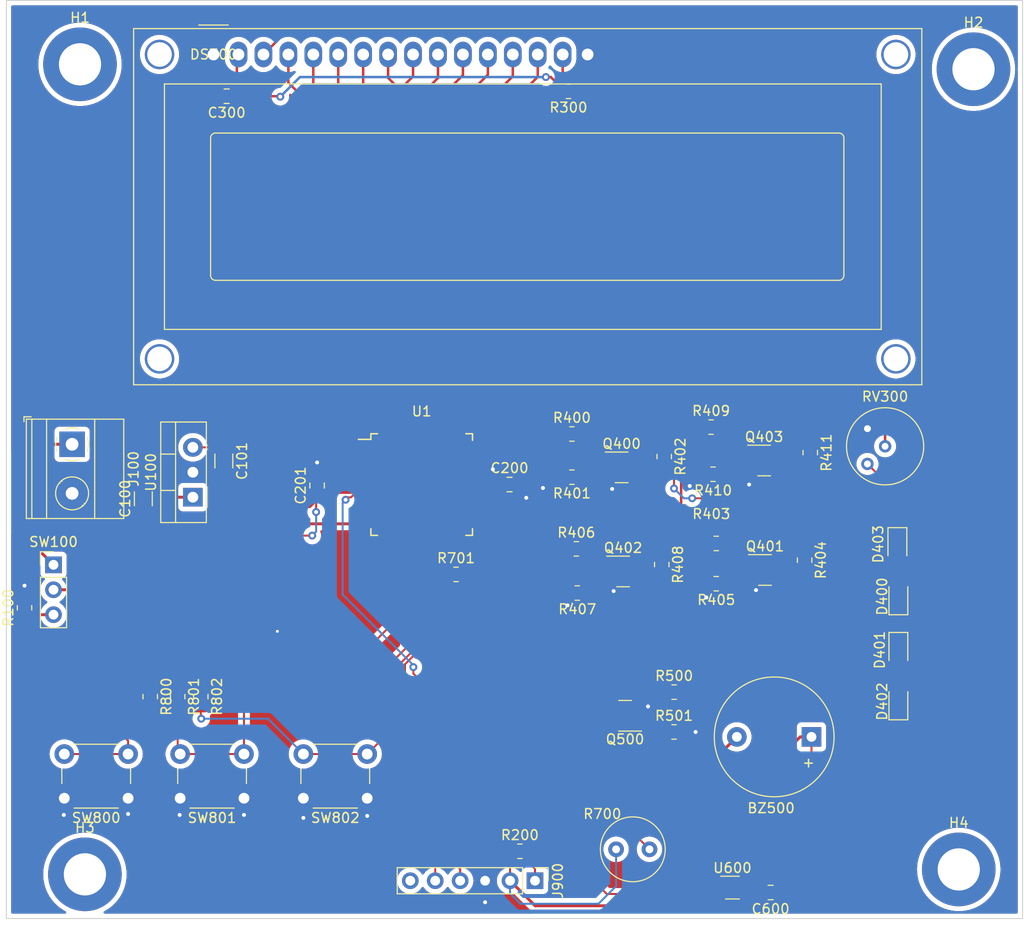
<source format=kicad_pcb>
(kicad_pcb (version 20240108) (generator "pcbnew") (generator_version "8.0")
  (layers (0 "F.Cu" signal) (31 "B.Cu" signal) (34 "B.Paste" user) (35 "F.Paste" user) (36 "B.SilkS" user "B.Silkscreen") (37 "F.SilkS" user "F.Silkscreen") (38 "B.Mask" user) (39 "F.Mask" user) (44 "Edge.Cuts" user))
  (net 0 "")
  (net 1 "Net-(D400-K)")
  (net 2 "Net-(Q400-C)")
  (net 3 "/LIGHT")
  (net 4 "GND")
  (net 5 "5V")
  (net 6 "/button1")
  (net 7 "/button2")
  (net 8 "/button3")
  (net 9 "Net-(Q403-B)")
  (net 11 "Net-(Q500-B)")
  (net 12 "/BUZZER")
  (net 13 "Net-(D403-K)")
  (net 14 "Net-(Q403-C)")
  (net 15 "Net-(D402-K)")
  (net 16 "Net-(Q402-C)")
  (net 17 "Net-(Q402-B)")
  (net 18 "/LED_VERDE")
  (net 19 "Net-(Q401-B)")
  (net 20 "Net-(D401-K)")
  (net 21 "Net-(Q401-C)")
  (net 22 "/LED_ROSU")
  (net 23 "/MCLR")
  (net 24 "Net-(SW100-C)")
  (net 25 "/LED_ALB")
  (net 26 "Net-(Q400-B)")
  (net 27 "Net-(SW100-B)")
  (net 29 "/TEMP")
  (net 30 "Net-(DS300-VO)")
  (net 31 "Net-(BZ500-+)")
  (net 32 "/D4")
  (net 33 "/D5")
  (net 34 "/D6")
  (net 35 "/D7")
  (net 41 "/PGC")
  (net 42 "/PGD")
  (net 44 "unconnected-(U1-SEG19{slash}P1C{slash}CPS14{slash}RD6-Pad4)")
  (net 45 "unconnected-(U1-SEG20{slash}P1D{slash}CPS15{slash}RD7-Pad5)")
  (net 49 "/EN")
  (net 52 "/RW")
  (net 53 "/RS")
  (net 54 "/D0")
  (net 55 "/D1")
  (net 56 "/D2")
  (net 57 "/D3")
  (net 58 "Net-(DS300-LED(+))")
  (net 59 "Net-(J100-Pin_1)")
  (net 61 "/LED_GALBEN")
  (footprint "Package_TO_SOT_SMD:SOT-23" (layer "F.Cu") (at 107.2625 74.5)
    (property "Reference" "Q401")
    (property "Value" "BC817")
  )
  (footprint "Button_Switch_THT:SW_PUSH_6mm_H7.3mm" (layer "F.Cu") (at 42.4 97.75 180)
    (property "Reference" "SW800")
    (property "Value" "SW_Push")
  )
  (footprint "Connector_PinHeader_2.54mm:PinHeader_1x06_P2.54mm_Vertical" (layer "F.Cu") (at 83.84 106.15 -90)
    (property "Reference" "J900")
    (property "Value" "Conn_01x06")
  )
  (footprint "LED_SMD:LED_0805_2012Metric_Pad1.15x1.40mm_HandSolder" (layer "F.Cu") (at 120.85 82.725 -90)
    (property "Reference" "D401")
    (property "Value" "LED")
  )
  (footprint "MountingHole:MountingHole_4.3mm_M4_DIN965_Pad" (layer "F.Cu") (at 127 105)
    (property "Reference" "H4")
    (property "Value" "MountingHole")
  )
  (footprint "Potentiometer_THT:Potentiometer_Bourns_3339H_Vertical" (layer "F.Cu") (at 117.7 63.7)
    (property "Reference" "RV300")
    (property "Value" "10k")
  )
  (footprint "Resistor_SMD:R_0805_2012Metric_Pad1.20x1.40mm_HandSolder" (layer "F.Cu") (at 97 62.95 -90)
    (property "Reference" "R402")
    (property "Value" "250")
  )
  (footprint "Package_QFP:TQFP-44_10x10mm_P0.8mm" (layer "F.Cu") (at 72.3 65.8)
    (property "Reference" "U1")
    (property "Value" "PIC16F1937-IPT" (hide yes))
  )
  (footprint "MountingHole:MountingHole_4.3mm_M4_DIN965_Pad" (layer "F.Cu") (at 128.5 23.5)
    (property "Reference" "H2")
    (property "Value" "MountingHole")
  )
  (footprint "TerminalBlock_Phoenix:TerminalBlock_Phoenix_MKDS-1,5-2_1x02_P5.00mm_Horizontal" (layer "F.Cu") (at 36.695 61.7 -90)
    (property "Reference" "J100")
    (property "Value" "Conn_01x02")
  )
  (footprint "Resistor_SMD:R_0805_2012Metric_Pad1.20x1.40mm_HandSolder" (layer "F.Cu") (at 44.65 87.4 -90)
    (property "Reference" "R800")
    (property "Value" "10k")
  )
  (footprint "Capacitor_SMD:C_0805_2012Metric_Pad1.18x1.45mm_HandSolder" (layer "F.Cu") (at 107.8375 107.35 180)
    (property "Reference" "C600")
    (property "Value" "100n")
  )
  (footprint "Package_TO_SOT_SMD:SOT-23" (layer "F.Cu") (at 107.175 63.35)
    (property "Reference" "Q403")
    (property "Value" "BC817")
  )
  (footprint "Resistor_SMD:R_0805_2012Metric_Pad1.20x1.40mm_HandSolder" (layer "F.Cu") (at 101.975 64.75 180)
    (property "Reference" "R410")
    (property "Value" "10k")
  )
  (footprint "Resistor_SMD:R_0805_2012Metric_Pad1.20x1.40mm_HandSolder" (layer "F.Cu") (at 101.775 59.95)
    (property "Reference" "R409")
    (property "Value" "1k")
  )
  (footprint "Button_Switch_THT:SW_PUSH_6mm_H7.3mm" (layer "F.Cu") (at 66.75 97.75 180)
    (property "Reference" "SW802")
    (property "Value" "SW_Push")
  )
  (footprint "Package_TO_SOT_SMD:SOT-23" (layer "F.Cu") (at 92.6625 64.05)
    (property "Reference" "Q400")
    (property "Value" "BC817")
  )
  (footprint "Button_Switch_THT:SW_PUSH_6mm_H7.3mm" (layer "F.Cu") (at 54.2 97.75 180)
    (property "Reference" "SW801")
    (property "Value" "SW_Push")
  )
  (footprint "Resistor_SMD:R_0805_2012Metric_Pad1.20x1.40mm_HandSolder" (layer "F.Cu") (at 47.45 87.4 -90)
    (property "Reference" "R801")
    (property "Value" "10k")
  )
  (footprint "Resistor_SMD:R_0805_2012Metric_Pad1.20x1.40mm_HandSolder" (layer "F.Cu") (at 49.8 87.4 -90)
    (property "Reference" "R802")
    (property "Value" "10k")
  )
  (footprint "LED_SMD:LED_0805_2012Metric_Pad1.15x1.40mm_HandSolder" (layer "F.Cu") (at 120.85 87.9 90)
    (property "Reference" "D402")
    (property "Value" "LED")
  )
  (footprint "Package_TO_SOT_SMD:SOT-353_SC-70-5" (layer "F.Cu") (at 103.95 106.85)
    (property "Reference" "U600")
    (property "Value" "MCP9700x-ELT")
  )
  (footprint "OptoDevice:R_LDR_D6.4mm_P3.4mm_Vertical" (layer "F.Cu") (at 92.1 102.95)
    (property "Reference" "R700")
    (property "Value" "10k")
  )
  (footprint "Resistor_SMD:R_0805_2012Metric_Pad1.20x1.40mm_HandSolder" (layer "F.Cu") (at 102.3 75.9 180)
    (property "Reference" "R405")
    (property "Value" "10k")
  )
  (footprint "Buzzer_Beeper:Buzzer_12x9.5RM7.6" (layer "F.Cu") (at 112 91.5 180)
    (property "Reference" "BZ500")
    (property "Value" "Buzzer")
  )
  (footprint "Capacitor_SMD:C_1206_3216Metric_Pad1.33x1.80mm_HandSolder" (layer "F.Cu") (at 52.15 63.4 -90)
    (property "Reference" "C101")
    (property "Value" "22uF")
  )
  (footprint "Capacitor_SMD:C_0805_2012Metric_Pad1.18x1.45mm_HandSolder" (layer "F.Cu") (at 61.65 65.9 90)
    (property "Reference" "C201")
    (property "Value" "100n")
  )
  (footprint "Resistor_SMD:R_0805_2012Metric_Pad1.20x1.40mm_HandSolder" (layer "F.Cu") (at 87.6 65.05 180)
    (property "Reference" "R401")
    (property "Value" "10k")
  )
  (footprint "Resistor_SMD:R_0805_2012Metric_Pad1.20x1.40mm_HandSolder" (layer "F.Cu") (at 111.3 73.5 -90)
    (property "Reference" "R404")
    (property "Value" "250")
  )
  (footprint "Connector_PinHeader_2.54mm:PinHeader_1x03_P2.54mm_Vertical" (layer "F.Cu") (at 34.8 73.975)
    (property "Reference" "SW100")
    (property "Value" "SW_SPDT")
  )
  (footprint "Resistor_SMD:R_0805_2012Metric_Pad1.20x1.40mm_HandSolder" (layer "F.Cu") (at 96.75 73.95 -90)
    (property "Reference" "R408")
    (property "Value" "250")
  )
  (footprint "Resistor_SMD:R_0805_2012Metric_Pad1.20x1.40mm_HandSolder" (layer "F.Cu") (at 87.25 25.75 180)
    (property "Reference" "R300")
    (property "Value" "250")
  )
  (footprint "Resistor_SMD:R_0805_2012Metric_Pad1.20x1.40mm_HandSolder" (layer "F.Cu") (at 98 91)
    (property "Reference" "R501")
    (property "Value" "10k")
  )
  (footprint "Capacitor_SMD:C_0805_2012Metric_Pad1.18x1.45mm_HandSolder" (layer "F.Cu") (at 81.25 65.8)
    (property "Reference" "C200")
    (property "Value" "100n")
  )
  (footprint "Resistor_SMD:R_0805_2012Metric_Pad1.20x1.40mm_HandSolder" (layer "F.Cu") (at 31.85 78.35 90)
    (property "Reference" "R100")
    (property "Value" "10k")
  )
  (footprint "Capacitor_SMD:C_1206_3216Metric_Pad1.33x1.80mm_HandSolder" (layer "F.Cu") (at 43.95 67.25 90)
    (property "Reference" "C100")
    (property "Value" "22uF")
  )
  (footprint "LED_SMD:LED_0805_2012Metric_Pad1.15x1.40mm_HandSolder" (layer "F.Cu") (at 120.85 77.2 90)
    (property "Reference" "D400")
    (property "Value" "LED")
  )
  (footprint "Package_TO_SOT_THT:TO-220-3_Vertical" (layer "F.Cu") (at 48.995 67.09 90)
    (property "Reference" "U100")
    (property "Value" "LM7805_TO220")
  )
  (footprint "Display:WC1602A" (layer "F.Cu") (at 51.1 22)
    (property "Reference" "DS300")
    (property "Value" "WC1602A")
  )
  (footprint "Resistor_SMD:R_0805_2012Metric_Pad1.20x1.40mm_HandSolder" (layer "F.Cu") (at 102.3 71.8)
    (property "Reference" "R403")
    (property "Value" "1k")
  )
  (footprint "Resistor_SMD:R_0805_2012Metric_Pad1.20x1.40mm_HandSolder" (layer "F.Cu") (at 82.3 103.15)
    (property "Reference" "R200")
    (property "Value" "10k")
  )
  (footprint "Resistor_SMD:R_0805_2012Metric_Pad1.20x1.40mm_HandSolder" (layer "F.Cu") (at 88.15 76.85 180)
    (property "Reference" "R407")
    (property "Value" "10k")
  )
  (footprint "Resistor_SMD:R_0805_2012Metric_Pad1.20x1.40mm_HandSolder" (layer "F.Cu") (at 88.05 72.35)
    (property "Reference" "R406")
    (property "Value" "1k")
  )
  (footprint "MountingHole:MountingHole_4.3mm_M4_DIN965_Pad" (layer "F.Cu") (at 38 105.5)
    (property "Reference" "H3")
    (property "Value" "MountingHole")
  )
  (footprint "MountingHole:MountingHole_4.3mm_M4_DIN965_Pad" (layer "F.Cu") (at 37.5 23)
    (property "Reference" "H1")
    (property "Value" "MountingHole" (hide yes))
  )
  (footprint "Package_TO_SOT_SMD:SOT-23" (layer "F.Cu") (at 92.8125 74.65)
    (property "Reference" "Q402")
    (property "Value" "BC817")
  )
  (footprint "Resistor_SMD:R_0805_2012Metric_Pad1.20x1.40mm_HandSolder" (layer "F.Cu") (at 87.6 60.65)
    (property "Reference" "R400")
    (property "Value" "1k")
  )
  (footprint "LED_SMD:LED_0805_2012Metric_Pad1.15x1.40mm_HandSolder" (layer "F.Cu") (at 120.75 72.05 -90)
    (property "Reference" "D403")
    (property "Value" "LED")
  )
  (footprint "Resistor_SMD:R_0805_2012Metric_Pad1.20x1.40mm_HandSolder" (layer "F.Cu") (at 75.8 74.95)
    (property "Reference" "R701")
    (property "Value" "10k")
  )
  (footprint "Resistor_SMD:R_0805_2012Metric_Pad1.20x1.40mm_HandSolder" (layer "F.Cu") (at 98.01 86.94)
    (property "Reference" "R500")
    (property "Value" "1k")
  )
  (footprint "Package_TO_SOT_SMD:SOT-23" (layer "F.Cu") (at 93.0125 89.35 180)
    (property "Reference" "Q500")
    (property "Value" "BC817")
  )
  (footprint "Resistor_SMD:R_0805_2012Metric_Pad1.20x1.40mm_HandSolder" (layer "F.Cu") (at 111.875 62.55 -90)
    (property "Reference" "R411")
    (property "Value" "250")
  )
  (footprint "Capacitor_SMD:C_0805_2012Metric_Pad1.18x1.45mm_HandSolder" (layer "F.Cu") (at 52.4375 26.25 180)
    (property "Reference" "C300")
    (property "Value" "100n")
  )
  (gr_rect (start 30 16.5) (end 133.5 110) (stroke (width 0.1)) (fill none) (layer "Edge.Cuts"))
  (segment (start 120.85 78.225) (end 109.825 67.2) (width 0.2) (layer "F.Cu") (net 1))
  (segment (start 98 62.95) (end 97 61.95) (width 0.2) (layer "F.Cu") (net 1))
  (segment (start 98 66.2) (end 98 62.95) (width 0.2) (layer "F.Cu") (net 1))
  (segment (start 109.825 67.2) (end 99.85 67.2) (width 0.2) (layer "F.Cu") (net 1))
  (via (at 99.85 67.2) (size 0.8) (drill 0.4) (layers "F.Cu" "B.Cu") (net 1))
  (via (at 98 66.2) (size 0.8) (drill 0.4) (layers "F.Cu" "B.Cu") (net 1))
  (segment (start 99.85 67.2) (end 99 67.2) (width 0.2) (layer "B.Cu") (net 1))
  (segment (start 99 67.2) (end 98 66.2) (width 0.2) (layer "B.Cu") (net 1))
  (segment (start 93.6 64.05) (end 96.9 64.05) (width 0.25) (layer "F.Cu") (net 2))
  (segment (start 96.9 64.05) (end 97 63.95) (width 0.25) (layer "F.Cu") (net 2))
  (segment (start 74.8 71.6) (end 74.8 74.95) (width 0.2) (layer "F.Cu") (net 3))
  (segment (start 74.7 71.5) (end 74.8 71.6) (width 0.2) (layer "F.Cu") (net 3))
  (segment (start 74.8 74.95) (end 74.8 84.2) (width 0.2) (layer "F.Cu") (net 3))
  (segment (start 92.1 101.5) (end 94.05 101.5) (width 0.2) (layer "F.Cu") (net 3))
  (segment (start 74.6 71.6) (end 74.7 71.5) (width 0.3) (layer "F.Cu") (net 3))
  (segment (start 94.05 101.5) (end 95.5 102.95) (width 0.2) (layer "F.Cu") (net 3))
  (segment (start 74.8 84.2) (end 92.1 101.5) (width 0.2) (layer "F.Cu") (net 3))
  (segment (start 78.75 108.35) (end 78.76 108.34) (width 0.25) (layer "F.Cu") (net 4))
  (segment (start 101.3 75.9) (end 101.3 77.3) (width 0.2) (layer "F.Cu") (net 4))
  (segment (start 106.325 75.45) (end 106.325 76.525) (width 0.2) (layer "F.Cu") (net 4))
  (segment (start 82.95 67.15) (end 82.8375 67.0375) (width 0.2) (layer "F.Cu") (net 4))
  (segment (start 61.65 64.8625) (end 62.5875 65.8) (width 0.2) (layer "F.Cu") (net 4))
  (segment (start 100.8 64.75) (end 99.6 65.95) (width 0.25) (layer "F.Cu") (net 4))
  (segment (start 51.4 22.3) (end 51.1 22) (width 0.25) (layer "F.Cu") (net 4))
  (segment (start 106.325 76.525) (end 106.35 76.55) (width 0.2) (layer "F.Cu") (net 4))
  (segment (start 117.7 26.45) (end 117.7 60.107898) (width 0.25) (layer "F.Cu") (net 4))
  (segment (start 106.2375 65.2125) (end 105.65 65.8) (width 0.25) (layer "F.Cu") (net 4))
  (segment (start 62.5875 65.8) (end 66.6 65.8) (width 0.2) (layer "F.Cu") (net 4))
  (segment (start 78 65) (end 78.8 65) (width 0.2) (layer "F.Cu") (net 4))
  (segment (start 91.875 75.6) (end 91.875 76.625) (width 0.2) (layer "F.Cu") (net 4))
  (segment (start 54.2 97.75) (end 54.2 99.45) (width 0.2) (layer "F.Cu") (net 4))
  (segment (start 106.2375 64.3) (end 106.2375 65.2125) (width 0.25) (layer "F.Cu") (net 4))
  (segment (start 91.725 65) (end 91.725 66.225) (width 0.2) (layer "F.Cu") (net 4))
  (segment (start 91.725 66.225) (end 91.7 66.25) (width 0.2) (layer "F.Cu") (net 4))
  (segment (start 66.75 97.75) (end 66.75 99.55) (width 0.2) (layer "F.Cu") (net 4))
  (segment (start 89.2 22) (end 113.25 22) (width 0.25) (layer "F.Cu") (net 4))
  (segment (start 86.6 65.05) (end 85.75 65.05) (width 0.25) (layer "F.Cu") (net 4))
  (segment (start 78.76 106.15) (end 78.76 108.34) (width 0.25) (layer "F.Cu") (net 4))
  (segment (start 87.15 76.85) (end 87.15 78.1) (width 0.2) (layer "F.Cu") (net 4))
  (segment (start 31.85 77.35) (end 31.85 76.1) (width 0.2) (layer "F.Cu") (net 4))
  (segment (start 51.7375 64.55) (end 52.15 64.9625) (width 0.2) (layer "F.Cu") (net 4))
  (segment (start 48.995 64.55) (end 51.7375 64.55) (width 0.2) (layer "F.Cu") (net 4))
  (segment (start 61.65 64.8625) (end 61.65 63.55) (width 0.2) (layer "F.Cu") (net 4))
  (segment (start 47.7 97.75) (end 47.7 99.4) (width 0.2) (layer "F.Cu") (net 4))
  (segment (start 60.25 97.75) (end 60.25 99.75) (width 0.2) (layer "F.Cu") (net 4))
  (segment (start 51.4 26.25) (end 51.4 22.3) (width 0.25) (layer "F.Cu") (net 4))
  (segment (start 82.8375 67.0375) (end 82.8375 65.8) (width 0.2) (layer "F.Cu") (net 4))
  (segment (start 85.75 65.05) (end 84.65 66.15) (width 0.25) (layer "F.Cu") (net 4))
  (segment (start 91.875 76.625) (end 91.85 76.65) (width 0.2) (layer "F.Cu") (net 4))
  (segment (start 100.975 64.75) (end 100.8 64.75) (width 0.25) (layer "F.Cu") (net 4))
  (segment (start 99 91) (end 100.2 91) (width 0.2) (layer "F.Cu") (net 4))
  (segment (start 103.65 106.85) (end 103.9 106.6) (width 0.2) (layer "F.Cu") (net 4))
  (segment (start 42.4 97.75) (end 42.4 99.35) (width 0.2) (layer "F.Cu") (net 4))
  (segment (start 93.95 88.4) (end 95.35 88.4) (width 0.2) (layer "F.Cu") (net 4))
  (segment (start 113.25 22) (end 117.7 26.45) (width 0.25) (layer "F.Cu") (net 4))
  (segment (start 35.9 97.75) (end 35.9 99.4) (width 0.2) (layer "F.Cu") (net 4))
  (segment (start 35.9 99.4) (end 35.85 99.45) (width 0.2) (layer "F.Cu") (net 4))
  (segment (start 78.8 65) (end 79.55 64.25) (width 0.2) (layer "F.Cu") (net 4))
  (segment (start 47.7 99.4) (end 47.65 99.45) (width 0.2) (layer "F.Cu") (net 4))
  (segment (start 103 106.85) (end 103.65 106.85) (width 0.2) (layer "F.Cu") (net 4))
  (via (at 78.76 108.34) (size 0.8) (drill 0.4) (layers "F.Cu" "B.Cu") (net 4))
  (via (at 101.3 77.3) (size 0.8) (drill 0.4) (layers "F.Cu" "B.Cu") (net 4))
  (via (at 91.85 76.65) (size 0.8) (drill 0.4) (layers "F.Cu" "B.Cu") (net 4))
  (via (at 106.35 76.55) (size 0.8) (drill 0.4) (layers "F.Cu" "B.Cu") (net 4))
  (via (at 60.25 99.75) (size 0.8) (drill 0.4) (layers "F.Cu" "B.Cu") (net 4))
  (via (at 100.2 91) (size 0.8) (drill 0.4) (layers "F.Cu" "B.Cu") (net 4))
  (via (at 105.65 65.8) (size 0.8) (drill 0.4) (layers "F.Cu" "B.Cu") (net 4))
  (via (at 79.55 64.25) (size 0.8) (drill 0.4) (layers "F.Cu" "B.Cu") (net 4))
  (via (at 87.15 78.1) (size 0.8) (drill 0.4) (layers "F.Cu" "B.Cu") (net 4))
  (via (at 66.75 99.55) (size 0.8) (drill 0.4) (layers "F.Cu" "B.Cu") (net 4))
  (via (at 99.6 65.95) (size 0.8) (drill 0.4) (layers "F.Cu" "B.Cu") (net 4))
  (via (at 35.85 99.45) (size 0.8) (drill 0.4) (layers "F.Cu" "B.Cu") (net 4))
  (via (at 54.2 99.45) (size 0.8) (drill 0.4) (layers "F.Cu" "B.Cu") (net 4))
  (via (at 91.7 66.25) (size 0.8) (drill 0.4) (layers "F.Cu" "B.Cu") (net 4))
  (via (at 42.4 99.35) (size 0.8) (drill 0.4) (layers "F.Cu" "B.Cu") (net 4))
  (via (at 82.95 67.15) (size 0.8) (drill 0.4) (layers "F.Cu" "B.Cu") (net 4))
  (via (at 57.6 80.75) (size 0.5) (drill 0.3) (layers "F.Cu" "B.Cu") (net 4))
  (via (at 47.65 99.45) (size 0.8) (drill 0.4) (layers "F.Cu" "B.Cu") (net 4))
  (via (at 61.65 63.55) (size 0.8) (drill 0.4) (layers "F.Cu" "B.Cu") (net 4))
  (via (at 95.35 88.4) (size 0.8) (drill 0.4) (layers "F.Cu" "B.Cu") (net 4))
  (via (at 84.65 66.15) (size 0.8) (drill 0.4) (layers "F.Cu" "B.Cu") (net 4))
  (via (at 31.85 76.1) (size 0.8) (drill 0.4) (layers "F.Cu" "B.Cu") (net 4))
  (segment (start 83.85 108.7) (end 81.3 106.15) (width 0.3) (layer "F.Cu") (net 5))
  (segment (start 106.8 107.35) (end 106.8 108.1) (width 0.3) (layer "F.Cu") (net 5))
  (segment (start 73.15 100.25) (end 75.7 102.8) (width 0.2) (layer "F.Cu") (net 5))
  (segment (start 120.85 76.175) (end 121.475 76.175) (width 0.2) (layer "F.Cu") (net 5))
  (segment (start 122.15 86.35) (end 121.625 86.875) (width 0.2) (layer "F.Cu") (net 5))
  (segment (start 110.35 92) (end 110.85 91.5) (width 0.3) (layer "F.Cu") (net 5))
  (segment (start 120.85 86.875) (end 121.525 86.875) (width 0.2) (layer "F.Cu") (net 5))
  (segment (start 54.84 65.445) (end 55.745 65.445) (width 0.3) (layer "F.Cu") (net 5))
  (segment (start 83.9 61.3875) (end 83.9 30.9) (width 0.25) (layer "F.Cu") (net 5))
  (segment (start 110.85 91.5) (end 112 91.5) (width 0.3) (layer "F.Cu") (net 5))
  (segment (start 113.4 95) (end 112 93.6) (width 0.2) (layer "F.Cu") (net 5))
  (segment (start 106.8 107.35) (end 105.45 107.35) (width 0.3) (layer "F.Cu") (net 5))
  (segment (start 73.15 86.75) (end 73.15 100.25) (width 0.2) (layer "F.Cu") (net 5))
  (segment (start 64.55 67.35) (end 64.8 67.1) (width 0.2) (layer "F.Cu") (net 5))
  (segment (start 106.8 107.35) (end 106.8 106.2) (width 0.3) (layer "F.Cu") (net 5))
  (segment (start 121.35 83.75) (end 122.15 84.55) (width 0.2) (layer "F.Cu") (net 5))
  (segment (start 121.525 73.075) (end 120.75 73.075) (width 0.2) (layer "F.Cu") (net 5))
  (segment (start 110.35 105.1) (end 109.95 105.5) (width 0.3) (layer "F.Cu") (net 5))
  (segment (start 105.3 107.5) (end 105.5 107.5) (width 0.3) (layer "F.Cu") (net 5))
  (segment (start 49.8 86.4) (end 49.4 86) (width 0.2) (layer "F.Cu") (net 5))
  (segment (start 106.8 106.2) (end 107.5 105.5) (width 0.3) (layer "F.Cu") (net 5))
  (segment (start 80.2125 65.8) (end 80.2125 65.075) (width 0.25) (layer "F.Cu") (net 5))
  (segment (start 47.45 86.4) (end 49.8 86.4) (width 0.2) (layer "F.Cu") (net 5))
  (segment (start 86.4 28.4) (end 86.25 28.25) (width 0.25) (layer "F.Cu") (net 5))
  (segment (start 49.4 81.1) (end 59.5 71) (width 0.2) (layer "F.Cu") (net 5))
  (segment (start 48.995 62.01) (end 51.49 62.01) (width 0.2) (layer "F.Cu") (net 5))
  (segment (start 121.475 76.175) (end 122.2 76.9) (width 0.2) (layer "F.Cu") (net 5))
  (segment (start 112 93.6) (end 112 91.5) (width 0.2) (layer "F.Cu") (net 5))
  (segment (start 122.25 75.55) (end 121.625 76.175) (width 0.2) (layer "F.Cu") (net 5))
  (segment (start 53.475 26.25) (end 57.85 26.25) (width 0.25) (layer "F.Cu") (net 5))
  (segment (start 84.95 24.3) (end 85.45 24.3) (width 0.25) (layer "F.Cu") (net 5))
  (segment (start 53.475 59.425) (end 54.84 60.79) (width 0.3) (layer "F.Cu") (net 5))
  (segment (start 122.25 87.6) (end 122.25 93.5) (width 0.2) (layer "F.Cu") (net 5))
  (segment (start 109.95 105.5) (end 109.05 105.5) (width 0.3) (layer "F.Cu") (net 5))
  (segment (start 53.475 60.025) (end 53.475 59.425) (width 0.2) (layer "F.Cu") (net 5))
  (segment (start 44.65 86.4) (end 47.45 86.4) (width 0.2) (layer "F.Cu") (net 5))
  (segment (start 86.25 25.1) (end 86.25 25.75) (width 0.25) (layer "F.Cu") (net 5))
  (segment (start 80.2125 65.075) (end 83.9 61.3875) (width 0.25) (layer "F.Cu") (net 5))
  (segment (start 55.745 65.445) (end 58.35 68.05) (width 0.3) (layer "F.Cu") (net 5))
  (segment (start 54.84 60.79) (end 54.84 65.445) (width 0.3) (layer "F.Cu") (net 5))
  (segment (start 80.2125 65.8) (end 78 65.8) (width 0.25) (layer "F.Cu") (net 5))
  (segment (start 65.6 66.6) (end 66.6 66.6) (width 0.2) (layer "F.Cu") (net 5))
  (segment (start 122.55 68.55) (end 122.55 72.05) (width 0.2) (layer "F.Cu") (net 5))
  (segment (start 122.25 73.8) (end 122.25 75.55) (width 0.2) (layer "F.Cu") (net 5))
  (segment (start 121.55 83.75) (end 121.35 83.75) (width 0.2) (layer "F.Cu") (net 5))
  (segment (start 85.45 24.3) (end 86.25 25.1) (width 0.25) (layer "F.Cu") (net 5))
  (segment (start 61.55 67.0375) (end 61.65 66.9375) (width 0.2) (layer "F.Cu") (net 5))
  (segment (start 122.25 93.5) (end 120.75 95) (width 0.2) (layer "F.Cu") (net 5))
  (segment (start 107.5 105.5) (end 109.2 105.5) (width 0.3) (layer "F.Cu") (net 5))
  (segment (start 61.65 67.3) (end 61.65 66.9375) (width 0.3) (layer "F.Cu") (net 5))
  (segment (start 49.4 86) (end 49.4 81.1) (width 0.2) (layer "F.Cu") (net 5))
  (segment (start 58.35 68.05) (end 60.9 68.05) (width 0.3) (layer "F.Cu") (net 5))
  (segment (start 64.8 67.1) (end 65.1 67.1) (width 0.2) (layer "F.Cu") (net 5))
  (segment (start 86.66 25.99) (end 86.65 26) (width 0.25) (layer "F.Cu") (net 5))
  (segment (start 66.575 66.625) (end 66.6 66.6) (width 0.25) (layer "F.Cu") (net 5))
  (segment (start 105.45 107.35) (end 105.3 107.5) (width 0.3) (layer "F.Cu") (net 5))
  (segment (start 49.8 87.2) (end 49.85 87.25) (width 0.2) (layer "F.Cu") (net 5))
  (segment (start 71.45 85.05) (end 73.15 86.75) (width 0.2) (layer "F.Cu") (net 5))
  (segment (start 121.625 76.175) (end 120.85 76.175) (width 0.2) (layer "F.Cu") (net 5))
  (segment (start 60.9 68.05) (end 61.65 67.3) (width 0.3) (layer "F.Cu") (net 5))
  (segment (start 122.15 84.55) (end 122.15 86.35) (width 0.2) (layer "F.Cu") (net 5))
  (segment (start 122.55 72.05) (end 121.525 73.075) (width 0.2) (layer "F.Cu") (net 5))
  (segment (start 75.7 102.8) (end 80.95 102.8) (width 0.2) (layer "F.Cu") (net 5))
  (segment (start 53.475 22.165) (end 53.64 22) (width 0.25) (layer "F.Cu") (net 5))
  (segment (start 120.75 95) (end 113.4 95) (width 0.2) (layer "F.Cu") (net 5))
  (segment (start 57.85 26.25) (end 57.9 26.3) (width 0.25) (layer "F.Cu") (net 5))
  (segment (start 106.2 108.7) (end 83.85 108.7) (width 0.3) (layer "F.Cu") (net 5))
  (segment (start 59.5 71) (end 61.15 71) (width 0.2) (layer "F.Cu") (net 5))
  (segment (start 61.55 68.6) (end 61.55 67.0375) (width 0.2) (layer "F.Cu") (net 5))
  (segment (start 121.525 86.875) (end 122.25 87.6) (width 0.2) (layer "F.Cu") (net 5))
  (segment (start 61.65 66.9375) (end 61.9875 66.6) (width 0.3) (layer "F.Cu") (net 5))
  (segment (start 83.9 30.9) (end 86.4 28.4) (width 0.25) (layer "F.Cu") (net 5))
  (segment (start 86.25 28.25) (end 86.25 25.75) (width 0.25) (layer "F.Cu") (net 5))
  (segment (start 122.2 76.9) (end 122.2 83.1) (width 0.2) (layer "F.Cu") (net 5))
  (segment (start 121.525 73.075) (end 122.25 73.8) (width 0.2) (layer "F.Cu") (net 5))
  (segment (start 106.8 108.1) (end 106.2 108.7) (width 0.3) (layer "F.Cu") (net 5))
  (segment (start 71.45 84.4) (end 71.45 85.05) (width 0.2) (layer "F.Cu") (net 5))
  (segment (start 122.2 83.1) (end 121.55 83.75) (width 0.2) (layer "F.Cu") (net 5))
  (segment (start 110.35 92) (end 110.35 105.1) (width 0.3) (layer "F.Cu") (net 5))
  (segment (start 80.95 102.8) (end 81.3 103.15) (width 0.2) (layer "F.Cu") (net 5))
  (segment (start 117.7 63.7) (end 122.55 68.55) (width 0.2) (layer "F.Cu") (net 5))
  (segment (start 81.3 103.15) (end 81.3 106.15) (width 0.2) (layer "F.Cu") (net 5))
  (segment (start 51.49 62.01) (end 53.475 60.025) (width 0.2) (layer "F.Cu") (net 5))
  (segment (start 121.35 83.75) (end 120.85 83.75) (width 0.2) (layer "F.Cu") (net 5))
  (segment (start 53.475 26.25) (end 53.475 59.425) (width 0.3) (layer "F.Cu") (net 5))
  (segment (start 104.9 107.5) (end 105.3 107.5) (width 0.3) (layer "F.Cu") (net 5))
  (segment (start 53.475 26.25) (end 53.475 22.165) (width 0.25) (layer "F.Cu") (net 5))
  (segment (start 61.9875 66.6) (end 66.6 66.6) (width 0.3) (layer "F.Cu") (net 5))
  (segment (start 121.625 86.875) (end 120.85 86.875) (width 0.2) (layer "F.Cu") (net 5))
  (segment (start 65.1 67.1) (end 65.6 66.6) (width 0.2) (layer "F.Cu") (net 5))
  (via (at 61.55 68.6) (size 0.8) (drill 0.4) (layers "F.Cu" "B.Cu") (net 5))
  (via (at 84.95 24.3) (size 0.8) (drill 0.4) (layers "F.Cu" "B.Cu") (net 5))
  (via (at 64.55 67.35) (size 0.8) (drill 0.4) (layers "F.Cu" "B.Cu") (net 5))
  (via (at 57.9 26.3) (size 0.8) (drill 0.4) (layers "F.Cu" "B.Cu") (net 5))
  (via (at 71.45 84.4) (size 0.8) (drill 0.4) (layers "F.Cu" "B.Cu") (net 5))
  (via (at 61.15 71) (size 0.8) (drill 0.4) (layers "F.Cu" "B.Cu") (net 5))
  (segment (start 90.3 108.5) (end 82.35 108.5) (width 0.2) (layer "B.Cu") (net 5))
  (segment (start 82.35 108.5) (end 81.3 107.45) (width 0.2) (layer "B.Cu") (net 5))
  (segment (start 71.45 84.2) (end 64.25 77) (width 0.2) (layer "B.Cu") (net 5))
  (segment (start 61.55 70.6) (end 61.55 68.6) (width 0.2) (layer "B.Cu") (net 5))
  (segment (start 61.15 71) (end 61.55 70.6) (width 0.2) (layer "B.Cu") (net 5))
  (segment (start 71.45 84.4) (end 71.45 84.2) (width 0.2) (layer "B.Cu") (net 5))
  (segment (start 92.1 102.95) (end 92.1 106.7) (width 0.2) (layer "B.Cu") (net 5))
  (segment (start 92.1 106.7) (end 90.3 108.5) (width 0.2) (layer "B.Cu") (net 5))
  (segment (start 59.9 24.3) (end 57.9 26.3) (width 0.25) (layer "B.Cu") (net 5))
  (segment (start 81.3 107.45) (end 81.3 106.15) (width 0.2) (layer "B.Cu") (net 5))
  (segment (start 84.95 24.3) (end 59.9 24.3) (width 0.25) (layer "B.Cu") (net 5))
  (segment (start 64.25 77) (end 64.25 67.65) (width 0.2) (layer "B.Cu") (net 5))
  (segment (start 64.25 67.65) (end 64.55 67.35) (width 0.2) (layer "B.Cu") (net 5))
  (segment (start 41.2 89.85) (end 41.2 86.1) (width 0.2) (layer "F.Cu") (net 6))
  (segment (start 57.5 69.8) (end 58.782044 69.8) (width 0.2) (layer "F.Cu") (net 6))
  (segment (start 42.65 88.4) (end 44.65 88.4) (width 0.2) (layer "F.Cu") (net 6))
  (segment (start 41.2 89.85) (end 42.65 88.4) (width 0.2) (layer "F.Cu") (net 6))
  (segment (start 41.2 90.7) (end 41.2 89.85) (width 0.2) (layer "F.Cu") (net 6))
  (segment (start 58.782044 69.8) (end 66.6 69.8) (width 0.3) (layer "F.Cu") (net 6))
  (segment (start 35.9 93.25) (end 42.4 93.25) (width 0.2) (layer "F.Cu") (net 6))
  (segment (start 42.4 91.9) (end 41.2 90.7) (width 0.2) (layer "F.Cu") (net 6))
  (segment (start 41.2 86.1) (end 57.5 69.8) (width 0.2) (layer "F.Cu") (net 6))
  (segment (start 42.4 93.25) (end 42.4 91.9) (width 0.2) (layer "F.Cu") (net 6))
  (segment (start 47.7 93.25) (end 54.2 93.25) (width 0.2) (layer "F.Cu") (net 7))
  (segment (start 54.2 87.7) (end 55.2 86.7) (width 0.2) (layer "F.Cu") (net 7))
  (segment (start 62.6 86.7) (end 69.9 79.4) (width 0.2) (layer "F.Cu") (net 7))
  (segment (start 47.45 88.4) (end 47.45 93) (width 0.2) (layer "F.Cu") (net 7))
  (segment (start 54.2 93.25) (end 54.2 87.7) (width 0.2) (layer "F.Cu") (net 7))
  (segment (start 47.45 93) (end 47.7 93.25) (width 0.2) (layer "F.Cu") (net 7))
  (segment (start 69.9 79.4) (end 69.9 71.5) (width 0.2) (layer "F.Cu") (net 7))
  (segment (start 55.2 86.7) (end 62.6 86.7) (width 0.2) (layer "F.Cu") (net 7))
  (segment (start 66.75 93.25) (end 68.5 91.5) (width 0.2) (layer "F.Cu") (net 8))
  (segment (start 68.5 91.5) (end 68.5 84.65) (width 0.2) (layer "F.Cu") (net 8))
  (segment (start 49.8 88.4) (end 49.8 89.6) (width 0.2) (layer "F.Cu") (net 8))
  (segment (start 49.8 89.6) (end 49.85 89.65) (width 0.2) (layer "F.Cu") (net 8))
  (segment (start 70.7 82.45) (end 70.7 71.5) (width 0.2) (layer "F.Cu") (net 8))
  (segment (start 68.5 84.65) (end 70.7 82.45) (width 0.2) (layer "F.Cu") (net 8))
  (segment (start 60.25 93.25) (end 66.75 93.25) (width 0.2) (layer "F.Cu") (net 8))
  (via (at 49.85 89.65) (size 0.8) (drill 0.4) (layers "F.Cu" "B.Cu") (net 8))
  (segment (start 49.85 89.65) (end 56.65 89.65) (width 0.2) (layer "B.Cu") (net 8))
  (segment (start 56.65 89.65) (end 60.25 93.25) (width 0.2) (layer "B.Cu") (net 8))
  (segment (start 105.1 62.4) (end 106.2375 62.4) (width 0.3) (layer "F.Cu") (net 9))
  (segment (start 106.2375 61.2375) (end 106.2375 62.4) (width 0.3) (layer "F.Cu") (net 9))
  (segment (start 104.95 59.95) (end 106.2375 61.2375) (width 0.3) (layer "F.Cu") (net 9))
  (segment (start 102.975 64.525) (end 105.1 62.4) (width 0.3) (layer "F.Cu") (net 9))
  (segment (start 102.975 64.75) (end 102.975 64.525) (width 0.3) (layer "F.Cu") (net 9))
  (segment (start 102.775 59.95) (end 104.95 59.95) (width 0.3) (layer "F.Cu") (net 9))
  (segment (start 99.01 86.94) (end 99.01 88.99) (width 0.3) (layer "F.Cu") (net 11))
  (segment (start 95.45 90.3) (end 93.95 90.3) (width 0.3) (layer "F.Cu") (net 11))
  (segment (start 97 91) (end 96.15 91) (width 0.3) (layer "F.Cu") (net 11))
  (segment (start 99.01 88.99) (end 97 91) (width 0.3) (layer "F.Cu") (net 11))
  (segment (start 96.15 91) (end 95.45 90.3) (width 0.3) (layer "F.Cu") (net 11))
  (segment (start 75.75 73.15) (end 75.5 72.9) (width 0.2) (layer "F.Cu") (net 12))
  (segment (start 79.9 73.85) (end 79.2 73.15) (width 0.2) (layer "F.Cu") (net 12))
  (segment (start 97.01 86.94) (end 86.94 86.94) (width 0.2) (layer "F.Cu") (net 12))
  (segment (start 79.2 73.15) (end 75.75 73.15) (width 0.2) (layer "F.Cu") (net 12))
  (segment (start 86.94 86.94) (end 79.9 79.9) (width 0.2) (layer "F.Cu") (net 12))
  (segment (start 79.9 79.9) (end 79.9 73.85) (width 0.2) (layer "F.Cu") (net 12))
  (segment (start 75.5 72.9) (end 75.5 71.5) (width 0.2) (layer "F.Cu") (net 12))
  (segment (start 111.875 61.55) (end 118.6 68.275) (width 0.2) (layer "F.Cu") (net 13))
  (segment (start 118.6 70.15) (end 119.475 71.025) (width 0.2) (layer "F.Cu") (net 13))
  (segment (start 119.475 71.025) (end 120.75 71.025) (width 0.2) (layer "F.Cu") (net 13))
  (segment (start 118.6 68.275) (end 118.6 70.15) (width 0.2) (layer "F.Cu") (net 13))
  (segment (start 111.675 63.35) (end 111.875 63.55) (width 0.3) (layer "F.Cu") (net 14))
  (segment (start 108.1125 63.35) (end 111.675 63.35) (width 0.3) (layer "F.Cu") (net 14))
  (segment (start 120.575 88.925) (end 120.85 88.925) (width 0.2) (layer "F.Cu") (net 15))
  (segment (start 100.4 76.6) (end 100.4 77.4) (width 0.2) (layer "F.Cu") (net 15))
  (segment (start 105.65 82.65) (end 114.3 82.65) (width 0.2) (layer "F.Cu") (net 15))
  (segment (start 114.3 82.65) (end 120.575 88.925) (width 0.2) (layer "F.Cu") (net 15))
  (segment (start 96.75 72.95) (end 100.4 76.6) (width 0.2) (layer "F.Cu") (net 15))
  (segment (start 100.4 77.4) (end 105.65 82.65) (width 0.2) (layer "F.Cu") (net 15))
  (segment (start 96.45 74.65) (end 96.75 74.95) (width 0.3) (layer "F.Cu") (net 16))
  (segment (start 93.75 74.65) (end 96.45 74.65) (width 0.3) (layer "F.Cu") (net 16))
  (segment (start 89.15 75.325) (end 90.775 73.7) (width 0.3) (layer "F.Cu") (net 17))
  (segment (start 91.025 72.35) (end 91.875 73.2) (width 0.3) (layer "F.Cu") (net 17))
  (segment (start 89.15 76.85) (end 89.15 75.325) (width 0.3) (layer "F.Cu") (net 17))
  (segment (start 89.05 72.35) (end 91.025 72.35) (width 0.3) (layer "F.Cu") (net 17))
  (segment (start 91.875 73.2) (end 91.875 73.7) (width 0.3) (layer "F.Cu") (net 17))
  (segment (start 90.775 73.7) (end 91.875 73.7) (width 0.3) (layer "F.Cu") (net 17))
  (segment (start 79.75 69.8) (end 78 69.8) (width 0.25) (layer "F.Cu") (net 18))
  (segment (start 87.05 72.35) (end 82.3 72.35) (width 0.25) (layer "F.Cu") (net 18))
  (segment (start 82.3 72.35) (end 79.75 69.8) (width 0.25) (layer "F.Cu") (net 18))
  (segment (start 106.325 73.05) (end 106.325 73.55) (width 0.3) (layer "F.Cu") (net 19))
  (segment (start 103.3 75.9) (end 103.3 75.275) (width 0.3) (layer "F.Cu") (net 19))
  (segment (start 105.025 73.55) (end 106.325 73.55) (width 0.3) (layer "F.Cu") (net 19))
  (segment (start 103.3 75.275) (end 105.025 73.55) (width 0.3) (layer "F.Cu") (net 19))
  (segment (start 105.075 71.8) (end 106.325 73.05) (width 0.3) (layer "F.Cu") (net 19))
  (segment (start 103.3 71.8) (end 105.075 71.8) (width 0.3) (layer "F.Cu") (net 19))
  (segment (start 111.3 72.5) (end 120.5 81.7) (width 0.2) (layer "F.Cu") (net 20))
  (segment (start 120.5 81.7) (end 120.85 81.7) (width 0.2) (layer "F.Cu") (net 20))
  (segment (start 108.2 74.5) (end 111.3 74.5) (width 0.3) (layer "F.Cu") (net 21))
  (segment (start 101.3 71.8) (end 98.5 69) (width 0.2) (layer "F.Cu") (net 22))
  (segment (start 98.5 69) (end 78 69) (width 0.2) (layer "F.Cu") (net 22))
  (segment (start 83.3 101.2) (end 83.3 103.15) (width 0.2) (layer "F.Cu") (net 23))
  (segment (start 75.3 86.65) (end 75.3 93.2) (width 0.2) (layer "F.Cu") (net 23))
  (segment (start 75.3 93.2) (end 83.3 101.2) (width 0.2) (layer "F.Cu") (net 23))
  (segment (start 83.84 106.15) (end 83.84 104.94) (width 0.2) (layer "F.Cu") (net 23))
  (segment (start 73.15 71.55) (end 73.15 84.5) (width 0.2) (layer "F.Cu") (net 23))
  (segment (start 73.15 84.5) (end 75.3 86.65) (width 0.2) (layer "F.Cu") (net 23))
  (segment (start 73.1 71.5) (end 73.15 71.55) (width 0.2) (layer "F.Cu") (net 23))
  (segment (start 83.84 104.94) (end 83.3 104.4) (width 0.2) (layer "F.Cu") (net 23))
  (segment (start 83.3 104.4) (end 83.3 103.15) (width 0.2) (layer "F.Cu") (net 23))
  (segment (start 32.145 79.055) (end 31.85 79.35) (width 0.3) (layer "F.Cu") (net 24))
  (segment (start 34.8 79.055) (end 32.145 79.055) (width 0.3) (layer "F.Cu") (net 24))
  (segment (start 83.825 67.875) (end 80.011396 67.875) (width 0.25) (layer "F.Cu") (net 25))
  (segment (start 86.6 60.65) (end 85.35 60.65) (width 0.25) (layer "F.Cu") (net 25))
  (segment (start 85.35 60.65) (end 83.925 62.075) (width 0.25) (layer "F.Cu") (net 25))
  (segment (start 79.536396 67.4) (end 78 67.4) (width 0.25) (layer "F.Cu") (net 25))
  (segment (start 80.011396 67.875) (end 79.536396 67.4) (width 0.25) (layer "F.Cu") (net 25))
  (segment (start 83.925 67.775) (end 83.825 67.875) (width 0.25) (layer "F.Cu") (net 25))
  (segment (start 83.925 62.075) (end 83.925 67.775) (width 0.25) (layer "F.Cu") (net 25))
  (segment (start 88.6 60.65) (end 90.8 60.65) (width 0.25) (layer "F.Cu") (net 26))
  (segment (start 91.725 63.1) (end 91.725 61.575) (width 0.25) (layer "F.Cu") (net 26))
  (segment (start 90.55 63.1) (end 91.725 63.1) (width 0.25) (layer "F.Cu") (net 26))
  (segment (start 90.8 60.65) (end 91.7 61.55) (width 0.25) (layer "F.Cu") (net 26))
  (segment (start 88.6 65.05) (end 90.55 63.1) (width 0.25) (layer "F.Cu") (net 26))
  (segment (start 91.725 61.575) (end 91.7 61.55) (width 0.25) (layer "F.Cu") (net 26))
  (segment (start 43.95 73.55) (end 40.985 76.515) (width 0.3) (layer "F.Cu") (net 27))
  (segment (start 46.66 67.09) (end 48.995 67.09) (width 0.3) (layer "F.Cu") (net 27))
  (segment (start 40.985 76.515) (end 34.8 76.515) (width 0.3) (layer "F.Cu") (net 27))
  (segment (start 43.95 68.8125) (end 43.95 73.55) (width 0.3) (layer "F.Cu") (net 27))
  (segment (start 44.9375 68.8125) (end 46.66 67.09) (width 0.3) (layer "F.Cu") (net 27))
  (segment (start 43.95 68.8125) (end 44.9375 68.8125) (width 0.3) (layer "F.Cu") (net 27))
  (segment (start 103 107.5) (end 91.15 107.5) (width 0.2) (layer "F.Cu") (net 29))
  (segment (start 73.75 83.765256) (end 73.75 71.65) (width 0.2) (layer "F.Cu") (net 29))
  (segment (start 86.25 101.75) (end 75.7 91.2) (width 0.2) (layer "F.Cu") (net 29))
  (segment (start 91.15 107.5) (end 86.25 102.6) (width 0.2) (layer "F.Cu") (net 29))
  (segment (start 86.25 102.6) (end 86.25 101.75) (width 0.2) (layer "F.Cu") (net 29))
  (segment (start 75.7 85.715256) (end 73.75 83.765256) (width 0.2) (layer "F.Cu") (net 29))
  (segment (start 73.9 71.5) (end 74.125 71.725) (width 0.2) (layer "F.Cu") (net 29))
  (segment (start 75.7 91.2) (end 75.7 85.715256) (width 0.2) (layer "F.Cu") (net 29))
  (segment (start 73.75 71.65) (end 73.9 71.5) (width 0.2) (layer "F.Cu") (net 29))
  (segment (start 118.425 59.175) (end 118.425 26.538604) (width 0.25) (layer "F.Cu") (net 30))
  (segment (start 81.15 20.05) (end 81.497521 20.05) (width 0.25) (layer "F.Cu") (net 30))
  (segment (start 56.18 22) (end 58.13 20.05) (width 0.25) (layer "F.Cu") (net 30))
  (segment (start 118.425 26.538604) (end 111.936396 20.05) (width 0.25) (layer "F.Cu") (net 30))
  (segment (start 111.936396 20.05) (end 81.15 20.05) (width 0.25) (layer "F.Cu") (net 30))
  (segment (start 119.496051 60.246051) (end 118.425 59.175) (width 0.25) (layer "F.Cu") (net 30))
  (segment (start 119.496051 61.903949) (end 119.496051 60.246051) (width 0.25) (layer "F.Cu") (net 30))
  (segment (start 58.13 20.05) (end 81.15 20.05) (width 0.25) (layer "F.Cu") (net 30))
  (segment (start 102.4 93.5) (end 94.12 93.5) (width 0.3) (layer "F.Cu") (net 31))
  (segment (start 104.4 91.5) (end 102.4 93.5) (width 0.3) (layer "F.Cu") (net 31))
  (segment (start 94.12 93.5) (end 92.075 91.455) (width 0.3) (layer "F.Cu") (net 31))
  (segment (start 92.075 91.455) (end 92.075 89.35) (width 0.3) (layer "F.Cu") (net 31))
  (segment (start 75.25 25.35) (end 75.25 55.05) (width 0.25) (layer "F.Cu") (net 32))
  (segment (start 73.9 56.4) (end 73.9 60.1) (width 0.25) (layer "F.Cu") (net 32))
  (segment (start 76.5 22) (end 76.5 24.1) (width 0.25) (layer "F.Cu") (net 32))
  (segment (start 75.25 55.05) (end 73.9 56.4) (width 0.25) (layer "F.Cu") (net 32))
  (segment (start 76.5 24.1) (end 75.25 25.35) (width 0.25) (layer "F.Cu") (net 32))
  (segment (start 73.825 60.025) (end 73.9 60.1) (width 0.2) (layer "F.Cu") (net 32))
  (segment (start 74.7 56.6) (end 74.7 60.1) (width 0.25) (layer "F.Cu") (net 33))
  (segment (start 79.04 22) (end 79.04 24.06) (width 0.25) (layer "F.Cu") (net 33))
  (segment (start 79.04 24.06) (end 77.65 25.45) (width 0.25) (layer "F.Cu") (net 33))
  (segment (start 77.65 53.65) (end 74.7 56.6) (width 0.25) (layer "F.Cu") (net 33))
  (segment (start 77.65 25.45) (end 77.65 53.65) (width 0.25) (layer "F.Cu") (net 33))
  (segment (start 80 25.8) (end 80 52.1) (width 0.25) (layer "F.Cu") (net 34))
  (segment (start 80 52.1) (end 75.5 56.6) (width 0.25) (layer "F.Cu") (net 34))
  (segment (start 81.58 24.22) (end 80 25.8) (width 0.25) (layer "F.Cu") (net 34))
  (segment (start 75.5 56.6) (end 75.5 60.1) (width 0.25) (layer "F.Cu") (net 34))
  (segment (start 81.58 22) (end 81.58 24.22) (width 0.25) (layer "F.Cu") (net 34))
  (segment (start 80.05 62.6) (end 78 62.6) (width 0.25) (layer "F.Cu") (net 35))
  (segment (start 81.75 26.65) (end 81.75 60.9) (width 0.25) (layer "F.Cu") (net 35))
  (segment (start 84.12 24.28) (end 81.75 26.65) (width 0.25) (layer "F.Cu") (net 35))
  (segment (start 84.12 22) (end 84.12 24.28) (width 0.25) (layer "F.Cu") (net 35))
  (segment (start 81.75 60.9) (end 80.05 62.6) (width 0.25) (layer "F.Cu") (net 35))
  (segment (start 71.275 82.86495) (end 70.15 83.98995) (width 0.2) (layer "F.Cu") (net 41))
  (segment (start 70.15 99.55) (end 73.68 103.08) (width 0.2) (layer "F.Cu") (net 41))
  (segment (start 71.5 71.5) (end 71.275 71.725) (width 0.2) (layer "F.Cu") (net 41))
  (segment (start 71.275 71.725) (end 71.275 82.86495) (width 0.2) (layer "F.Cu") (net 41))
  (segment (start 70.15 83.98995) (end 70.15 99.55) (width 0.2) (layer "F.Cu") (net 41))
  (segment (start 73.68 103.08) (end 73.68 106.15) (width 0.2) (layer "F.Cu") (net 41))
  (segment (start 71.675 73.075) (end 71.675 83.030636) (width 0.2) (layer "F.Cu") (net 42))
  (segment (start 72.3 72.45) (end 71.675 73.075) (width 0.2) (layer "F.Cu") (net 42))
  (segment (start 72.3 71.5) (end 72.3 72.45) (width 0.2) (layer "F.Cu") (net 42))
  (segment (start 76.22 104.97) (end 76.22 106.15) (width 0.2) (layer "F.Cu") (net 42))
  (segment (start 70.6 84.105636) (end 70.6 99.35) (width 0.2) (layer "F.Cu") (net 42))
  (segment (start 71.675 83.030636) (end 70.6 84.105636) (width 0.2) (layer "F.Cu") (net 42))
  (segment (start 70.6 99.35) (end 76.22 104.97) (width 0.2) (layer "F.Cu") (net 42))
  (segment (start 66.438473 64.361527) (end 66.6 64.2) (width 0.2) (layer "F.Cu") (net 44))
  (segment (start 66.5 65.1) (end 66.6 65) (width 0.2) (layer "F.Cu") (net 45))
  (segment (start 64.8 51.95) (end 69.9 57.05) (width 0.25) (layer "F.Cu") (net 49))
  (segment (start 63.8 26.35) (end 64.8 27.35) (width 0.25) (layer "F.Cu") (net 49))
  (segment (start 70.069975 59.930025) (end 69.9 60.1) (width 0.2) (layer "F.Cu") (net 49))
  (segment (start 63.8 22) (end 63.8 26.35) (width 0.25) (layer "F.Cu") (net 49))
  (segment (start 69.9 57.05) (end 69.9 60.1) (width 0.25) (layer "F.Cu") (net 49))
  (segment (start 64.8 27.35) (end 64.8 51.95) (width 0.25) (layer "F.Cu") (net 49))
  (segment (start 69.1 57.05) (end 69.1 60.1) (width 0.25) (layer "F.Cu") (net 52))
  (segment (start 63.2 51.15) (end 69.1 57.05) (width 0.25) (layer "F.Cu") (net 52))
  (segment (start 61.26 25.51) (end 63.2 27.45) (width 0.25) (layer "F.Cu") (net 52))
  (segment (start 61.26 22) (end 61.26 25.51) (width 0.25) (layer "F.Cu") (net 52))
  (segment (start 63.2 27.45) (end 63.2 51.15) (width 0.25) (layer "F.Cu") (net 52))
  (segment (start 61.55 50.45) (end 68.3 57.2) (width 0.25) (layer "F.Cu") (net 53))
  (segment (start 58.72 24.87) (end 61.55 27.7) (width 0.25) (layer "F.Cu") (net 53))
  (segment (start 58.72 22) (end 58.72 24.87) (width 0.25) (layer "F.Cu") (net 53))
  (segment (start 68.3 57.2) (end 68.3 60.1) (width 0.25) (layer "F.Cu") (net 53))
  (segment (start 61.55 27.7) (end 61.55 50.45) (width 0.25) (layer "F.Cu") (net 53))
  (segment (start 67.05 27.25) (end 67.05 53.3) (width 0.25) (layer "F.Cu") (net 54))
  (segment (start 66.34 26.54) (end 67.05 27.25) (width 0.25) (layer "F.Cu") (net 54))
  (segment (start 67.05 53.3) (end 70.7 56.95) (width 0.25) (layer "F.Cu") (net 54))
  (segment (start 70.7 56.95) (end 70.7 60.1) (width 0.25) (layer "F.Cu") (net 54))
  (segment (start 66.34 22) (end 66.34 26.54) (width 0.25) (layer "F.Cu") (net 54))
  (segment (start 69.6 25.1) (end 69.6 55) (width 0.25) (layer "F.Cu") (net 55))
  (segment (start 71.5 56.9) (end 71.5 60.1) (width 0.25) (layer "F.Cu") (net 55))
  (segment (start 68.88 24.38) (end 69.6 25.1) (width 0.25) (layer "F.Cu") (net 55))
  (segment (start 69.6 55) (end 71.5 56.9) (width 0.25) (layer "F.Cu") (net 55))
  (segment (start 68.88 22) (end 68.88 24.38) (width 0.25) (layer "F.Cu") (net 55))
  (segment (start 71.42 24.23) (end 70.6 25.05) (width 0.25) (layer "F.Cu") (net 56))
  (segment (start 72.3 56.95) (end 72.3 60.1) (width 0.25) (layer "F.Cu") (net 56))
  (segment (start 71.42 22) (end 71.42 24.23) (width 0.25) (layer "F.Cu") (net 56))
  (segment (start 70.6 25.05) (end 70.6 55.25) (width 0.25) (layer "F.Cu") (net 56))
  (segment (start 70.6 55.25) (end 72.3 56.95) (width 0.25) (layer "F.Cu") (net 56))
  (segment (start 73.05 60.05) (end 73.1 60.1) (width 0.25) (layer "F.Cu") (net 57))
  (segment (start 73.96 24.39) (end 73.1 25.25) (width 0.25) (layer "F.Cu") (net 57))
  (segment (start 73.1 25.25) (end 73.1 60.1) (width 0.25) (layer "F.Cu") (net 57))
  (segment (start 73.96 22) (end 73.96 24.39) (width 0.25) (layer "F.Cu") (net 57))
  (segment (start 86.66 23.76) (end 88.25 25.35) (width 0.25) (layer "F.Cu") (net 58))
  (segment (start 88.25 25.35) (end 88.25 25.75) (width 0.25) (layer "F.Cu") (net 58))
  (segment (start 86.66 22) (end 86.66 23.76) (width 0.25) (layer "F.Cu") (net 58))
  (segment (start 31.15 70.325) (end 31.15 62.85) (width 0.3) (layer "F.Cu") (net 59))
  (segment (start 31.15 62.85) (end 32.3 61.7) (width 0.3) (layer "F.Cu") (net 59))
  (segment (start 34.8 73.975) (end 31.15 70.325) (width 0.3) (layer "F.Cu") (net 59))
  (segment (start 32.3 61.7) (end 36.695 61.7) (width 0.3) (layer "F.Cu") (net 59))
  (segment (start 78 68.2) (end 79.7 68.2) (width 0.25) (layer "F.Cu") (net 61))
  (segment (start 78.05 68.15) (end 78 68.2) (width 0.25) (layer "F.Cu") (net 61))
  (segment (start 98.725 63.275) (end 100.775 61.225) (width 0.25) (layer "F.Cu") (net 61))
  (segment (start 98.3 68.55) (end 98.725 68.125) (width 0.25) (layer "F.Cu") (net 61))
  (segment (start 100.775 61.225) (end 100.775 59.95) (width 0.25) (layer "F.Cu") (net 61))
  (segment (start 98.725 68.125) (end 98.725 63.275) (width 0.25) (layer "F.Cu") (net 61))
  (segment (start 80.05 68.55) (end 98.3 68.55) (width 0.25) (layer "F.Cu") (net 61))
  (segment (start 79.7 68.2) (end 80.05 68.55) (width 0.25) (layer "F.Cu") (net 61))
  (zone (net 4) (net_name "GND") (layer "F.Cu") (connect_pads yes (clearance 0.5)) (min_thickness 0.25) (fill yes (thermal_gap 0.5) (thermal_bridge_width 0.5))
    (polygon (pts (xy 30.5 17) (xy 133 17) (xy 133 109.5) (xy 30.5 109.5)))
  )
  (zone (net 4) (net_name "GND") (layer "B.Cu") (connect_pads yes (clearance 0.5)) (min_thickness 0.25) (fill yes (thermal_gap 0.5) (thermal_bridge_width 0.5))
    (polygon (pts (xy 30.5 17) (xy 133 17) (xy 133 109.5) (xy 30.5 109.5)))
  )
  (zone (net 4) (net_name "GND") (layer "B.Cu") (connect_pads yes (clearance 0.5)) (min_thickness 0.25) (fill yes (thermal_gap 0.5) (thermal_bridge_width 0.5))
    (polygon (pts (xy 30.5 17) (xy 133 17) (xy 133 109.5) (xy 30.5 109.5)))
  )
)
</source>
